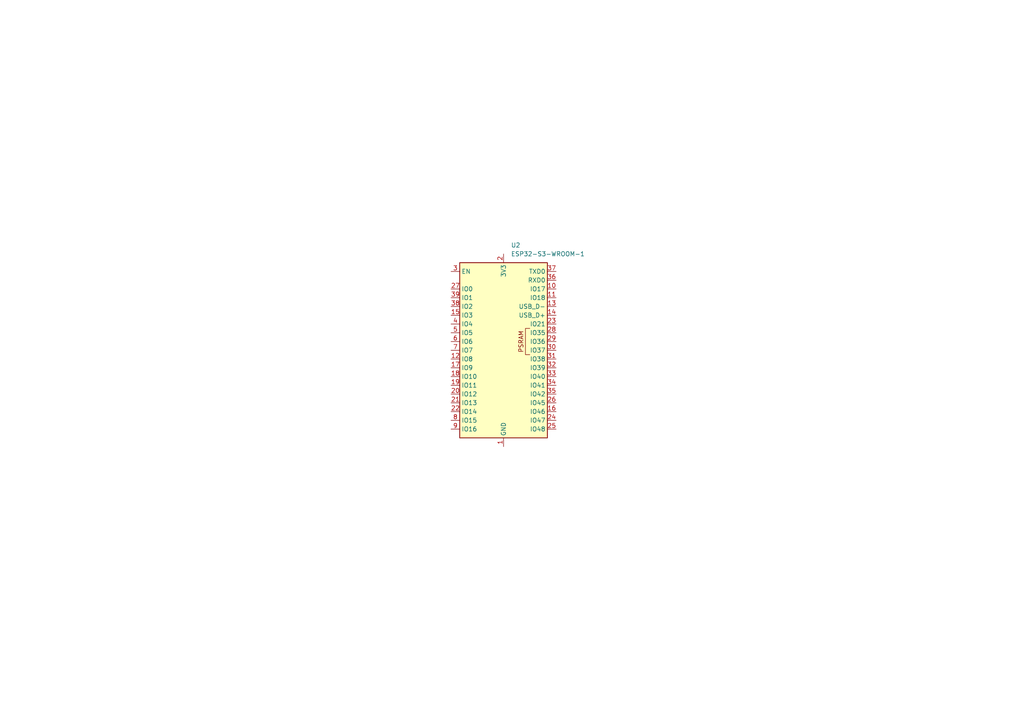
<source format=kicad_sch>
(kicad_sch (version 20250114) (generator "eeschema") (generator_version "9.0")
  (paper "A4")
  (lib_symbols
    (symbol "RF_Module:ESP32-S3-WROOM-1"
      (property "Reference" "U" (at -12.7 26.67 0))
      (property "Value" "ESP32-S3-WROOM-1" (at 12.7 26.67 0))
      (symbol "ESP32-S3-WROOM-1_0_0"
        (rectangle (start -12.7 25.4) (end 12.7 -25.4) (stroke (width 0.254)) (fill (type background)))
        (text "PSRAM" (at 5.08 2.54 900) (effects (font (size 1.27 1.27))))
      )
      (symbol "ESP32-S3-WROOM-1_0_1"
        (polyline (pts (xy 7.62 -1.27) (xy 6.35 -1.27) (xy 6.35 6.35) (xy 7.62 6.35)))
      )
      (symbol "ESP32-S3-WROOM-1_1_1"
        (pin input line (at -15.24 22.86 0) (length 2.54) (name "EN") (number "3"))
        (pin bidirectional line (at -15.24 17.78 0) (length 2.54) (name "IO0") (number "27"))
        (pin bidirectional line (at -15.24 15.24 0) (length 2.54) (name "IO1") (number "39"))
        (pin bidirectional line (at -15.24 12.7 0) (length 2.54) (name "IO2") (number "38"))
        (pin bidirectional line (at -15.24 10.16 0) (length 2.54) (name "IO3") (number "15"))
        (pin bidirectional line (at -15.24 7.62 0) (length 2.54) (name "IO4") (number "4"))
        (pin bidirectional line (at -15.24 5.08 0) (length 2.54) (name "IO5") (number "5"))
        (pin bidirectional line (at -15.24 2.54 0) (length 2.54) (name "IO6") (number "6"))
        (pin bidirectional line (at -15.24 0 0) (length 2.54) (name "IO7") (number "7"))
        (pin bidirectional line (at -15.24 -2.54 0) (length 2.54) (name "IO8") (number "12"))
        (pin bidirectional line (at -15.24 -5.08 0) (length 2.54) (name "IO9") (number "17"))
        (pin bidirectional line (at -15.24 -7.62 0) (length 2.54) (name "IO10") (number "18"))
        (pin bidirectional line (at -15.24 -10.16 0) (length 2.54) (name "IO11") (number "19"))
        (pin bidirectional line (at -15.24 -12.7 0) (length 2.54) (name "IO12") (number "20"))
        (pin bidirectional line (at -15.24 -15.24 0) (length 2.54) (name "IO13") (number "21"))
        (pin bidirectional line (at -15.24 -17.78 0) (length 2.54) (name "IO14") (number "22"))
        (pin bidirectional line (at -15.24 -20.32 0) (length 2.54) (name "IO15") (number "8"))
        (pin bidirectional line (at -15.24 -22.86 0) (length 2.54) (name "IO16") (number "9"))
        (pin power_in line (at 0 27.94 270) (length 2.54) (name "3V3") (number "2"))
        (pin power_in line (at 0 -27.94 90) (length 2.54) (name "GND") (number "1"))
        (pin passive line (at 0 -27.94 90) (length 2.54) (hide yes) (name "GND") (number "40"))
        (pin passive line (at 0 -27.94 90) (length 2.54) (hide yes) (name "GND") (number "41"))
        (pin bidirectional line (at 15.24 22.86 180) (length 2.54) (name "TXD0") (number "37"))
        (pin bidirectional line (at 15.24 20.32 180) (length 2.54) (name "RXD0") (number "36"))
        (pin bidirectional line (at 15.24 17.78 180) (length 2.54) (name "IO17") (number "10"))
        (pin bidirectional line (at 15.24 15.24 180) (length 2.54) (name "IO18") (number "11"))
        (pin bidirectional line (at 15.24 12.7 180) (length 2.54) (name "USB_D-") (number "13"))
        (pin bidirectional line (at 15.24 10.16 180) (length 2.54) (name "USB_D+") (number "14"))
        (pin bidirectional line (at 15.24 7.62 180) (length 2.54) (name "IO21") (number "23"))
        (pin bidirectional line (at 15.24 5.08 180) (length 2.54) (name "IO35") (number "28"))
        (pin bidirectional line (at 15.24 2.54 180) (length 2.54) (name "IO36") (number "29"))
        (pin bidirectional line (at 15.24 0 180) (length 2.54) (name "IO37") (number "30"))
        (pin bidirectional line (at 15.24 -2.54 180) (length 2.54) (name "IO38") (number "31"))
        (pin bidirectional line (at 15.24 -5.08 180) (length 2.54) (name "IO39") (number "32"))
        (pin bidirectional line (at 15.24 -7.62 180) (length 2.54) (name "IO40") (number "33"))
        (pin bidirectional line (at 15.24 -10.16 180) (length 2.54) (name "IO41") (number "34"))
        (pin bidirectional line (at 15.24 -12.7 180) (length 2.54) (name "IO42") (number "35"))
        (pin bidirectional line (at 15.24 -15.24 180) (length 2.54) (name "IO45") (number "26"))
        (pin bidirectional line (at 15.24 -17.78 180) (length 2.54) (name "IO46") (number "16"))
        (pin bidirectional line (at 15.24 -20.32 180) (length 2.54) (name "IO47") (number "24"))
        (pin bidirectional line (at 15.24 -22.86 180) (length 2.54) (name "IO48") (number "25"))
      )
    )
  )
  (symbol (lib_id "RF_Module:ESP32-S3-WROOM-1") (at 146.05 101.6 0) (unit 1)
    (property "Reference" "U2" (at 148.1933 71.12 0) (effects (justify left)))
    (property "Value" "ESP32-S3-WROOM-1" (at 148.1933 73.66 0) (effects (justify left)))
    (property "Footprint" "RF_Module:ESP32-S3-WROOM-1" (effects (hide yes)))
    (property "Datasheet" "https://www.espressif.com/sites/default/files/documentation/esp32-s3-wroom-1_wroom-1u_datasheet_en.pdf" (effects (hide yes)))
    (property "Description" "RF Module, ESP32-S3 SoC, Wi-Fi 802.11b/g/n, Bluetooth, BLE, 32-bit, 3.3V, onboard antenna, SMD" (effects (hide yes)))
  )
)
</source>
